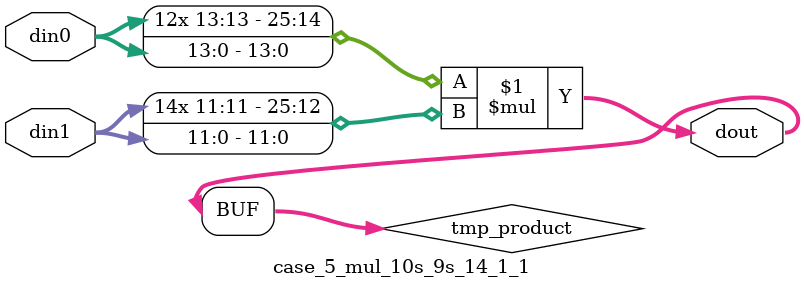
<source format=v>

`timescale 1 ns / 1 ps

 module case_5_mul_10s_9s_14_1_1(din0, din1, dout);
parameter ID = 1;
parameter NUM_STAGE = 0;
parameter din0_WIDTH = 14;
parameter din1_WIDTH = 12;
parameter dout_WIDTH = 26;

input [din0_WIDTH - 1 : 0] din0; 
input [din1_WIDTH - 1 : 0] din1; 
output [dout_WIDTH - 1 : 0] dout;

wire signed [dout_WIDTH - 1 : 0] tmp_product;



























assign tmp_product = $signed(din0) * $signed(din1);








assign dout = tmp_product;





















endmodule

</source>
